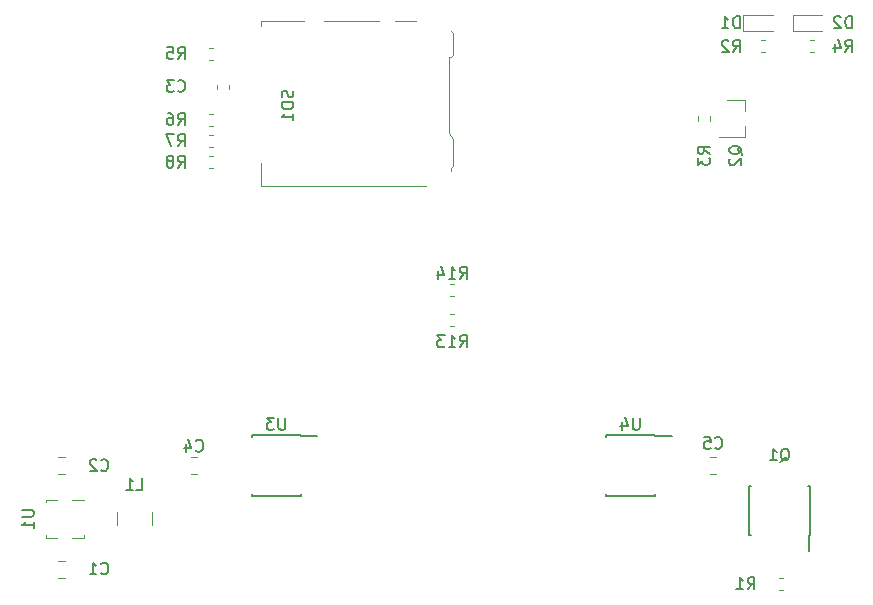
<source format=gbo>
G04 #@! TF.GenerationSoftware,KiCad,Pcbnew,(5.1.6)-1*
G04 #@! TF.CreationDate,2020-08-01T00:51:36+09:00*
G04 #@! TF.ProjectId,MiniRoverShield,4d696e69-526f-4766-9572-536869656c64,rev?*
G04 #@! TF.SameCoordinates,Original*
G04 #@! TF.FileFunction,Legend,Bot*
G04 #@! TF.FilePolarity,Positive*
%FSLAX46Y46*%
G04 Gerber Fmt 4.6, Leading zero omitted, Abs format (unit mm)*
G04 Created by KiCad (PCBNEW (5.1.6)-1) date 2020-08-01 00:51:36*
%MOMM*%
%LPD*%
G01*
G04 APERTURE LIST*
%ADD10C,0.120000*%
%ADD11C,0.150000*%
%ADD12R,3.400000X1.400000*%
%ADD13R,0.600000X1.550000*%
%ADD14R,1.550000X0.600000*%
%ADD15O,2.000000X1.700000*%
%ADD16R,2.000000X1.700000*%
%ADD17R,1.700000X1.700000*%
%ADD18O,1.700000X1.700000*%
%ADD19O,0.990000X0.420000*%
%ADD20R,0.420000X0.420000*%
%ADD21R,0.680000X1.050000*%
%ADD22R,0.280000X0.700000*%
%ADD23R,0.260000X0.500000*%
%ADD24R,1.650000X2.400000*%
%ADD25C,0.600000*%
%ADD26R,0.900000X0.800000*%
%ADD27C,2.000000*%
%ADD28C,1.200000*%
%ADD29O,2.800000X3.500000*%
%ADD30R,1.200000X0.700000*%
%ADD31R,1.200000X1.000000*%
%ADD32R,0.800000X1.000000*%
%ADD33R,2.800000X1.000000*%
%ADD34R,1.900000X1.300000*%
%ADD35O,3.000000X2.000000*%
%ADD36O,2.200000X1.300000*%
G04 APERTURE END LIST*
D10*
X52554000Y-92432000D02*
X52554000Y-89432000D01*
X49554000Y-92432000D02*
X49554000Y-89432000D01*
X59060000Y-54501267D02*
X59060000Y-54158733D01*
X58040000Y-54501267D02*
X58040000Y-54158733D01*
D11*
X108225000Y-92255000D02*
X108175000Y-92255000D01*
X108225000Y-88105000D02*
X108080000Y-88105000D01*
X103075000Y-88105000D02*
X103220000Y-88105000D01*
X103075000Y-92255000D02*
X103220000Y-92255000D01*
X108225000Y-92255000D02*
X108225000Y-88105000D01*
X103075000Y-92255000D02*
X103075000Y-88105000D01*
X108175000Y-92255000D02*
X108175000Y-93655000D01*
X95125000Y-83905000D02*
X96525000Y-83905000D01*
X95125000Y-89005000D02*
X90975000Y-89005000D01*
X95125000Y-83855000D02*
X90975000Y-83855000D01*
X95125000Y-89005000D02*
X95125000Y-88860000D01*
X90975000Y-89005000D02*
X90975000Y-88860000D01*
X90975000Y-83855000D02*
X90975000Y-84000000D01*
X95125000Y-83855000D02*
X95125000Y-83905000D01*
X65125000Y-83855000D02*
X65125000Y-83905000D01*
X60975000Y-83855000D02*
X60975000Y-84000000D01*
X60975000Y-89005000D02*
X60975000Y-88860000D01*
X65125000Y-89005000D02*
X65125000Y-88860000D01*
X65125000Y-83855000D02*
X60975000Y-83855000D01*
X65125000Y-89005000D02*
X60975000Y-89005000D01*
X65125000Y-83905000D02*
X66525000Y-83905000D01*
D10*
X106802500Y-48245000D02*
X109287500Y-48245000D01*
X106802500Y-49615000D02*
X106802500Y-48245000D01*
X109287500Y-49615000D02*
X106802500Y-49615000D01*
X105100000Y-49615000D02*
X102615000Y-49615000D01*
X102615000Y-49615000D02*
X102615000Y-48245000D01*
X102615000Y-48245000D02*
X105100000Y-48245000D01*
X44613748Y-94520000D02*
X45136252Y-94520000D01*
X44613748Y-95940000D02*
X45136252Y-95940000D01*
X45136252Y-85670000D02*
X44613748Y-85670000D01*
X45136252Y-87090000D02*
X44613748Y-87090000D01*
X56336252Y-87140000D02*
X55813748Y-87140000D01*
X56336252Y-85720000D02*
X55813748Y-85720000D01*
X99788748Y-87140000D02*
X100311252Y-87140000D01*
X99788748Y-85720000D02*
X100311252Y-85720000D01*
X44500000Y-92555000D02*
X43525000Y-92555000D01*
X46775000Y-89305000D02*
X45800000Y-89305000D01*
X44500000Y-89305000D02*
X43525000Y-89305000D01*
X46775000Y-92555000D02*
X45800000Y-92555000D01*
X43525000Y-89530000D02*
X43525000Y-89305000D01*
X43525000Y-92330000D02*
X43525000Y-92555000D01*
X46775000Y-92555000D02*
X46775000Y-92330000D01*
X102710000Y-55450000D02*
X102710000Y-56380000D01*
X102710000Y-58610000D02*
X102710000Y-57680000D01*
X102710000Y-58610000D02*
X100550000Y-58610000D01*
X102710000Y-55450000D02*
X101250000Y-55450000D01*
X98740000Y-57201267D02*
X98740000Y-56858733D01*
X99760000Y-57201267D02*
X99760000Y-56858733D01*
X77778733Y-72040000D02*
X78121267Y-72040000D01*
X77778733Y-71020000D02*
X78121267Y-71020000D01*
X78121267Y-74640000D02*
X77778733Y-74640000D01*
X78121267Y-73620000D02*
X77778733Y-73620000D01*
X57378733Y-52040000D02*
X57721267Y-52040000D01*
X57378733Y-51020000D02*
X57721267Y-51020000D01*
X57378733Y-60220000D02*
X57721267Y-60220000D01*
X57378733Y-61240000D02*
X57721267Y-61240000D01*
X108253733Y-51440000D02*
X108596267Y-51440000D01*
X108253733Y-50420000D02*
X108596267Y-50420000D01*
X104128733Y-50420000D02*
X104471267Y-50420000D01*
X104128733Y-51440000D02*
X104471267Y-51440000D01*
X105628733Y-96940000D02*
X105971267Y-96940000D01*
X105628733Y-95920000D02*
X105971267Y-95920000D01*
X57378733Y-58420000D02*
X57721267Y-58420000D01*
X57378733Y-59440000D02*
X57721267Y-59440000D01*
X57378733Y-57640000D02*
X57721267Y-57640000D01*
X57378733Y-56620000D02*
X57721267Y-56620000D01*
X78035000Y-58735000D02*
X77685000Y-58225000D01*
X77835000Y-61245000D02*
X77835000Y-61505000D01*
X78035000Y-61045000D02*
X77835000Y-61245000D01*
X78035000Y-51645000D02*
X77835000Y-51855000D01*
X77685000Y-51855000D02*
X77835000Y-51855000D01*
X77685000Y-51855000D02*
X77685000Y-58225000D01*
X73075000Y-48755000D02*
X74875000Y-48755000D01*
X67075000Y-48755000D02*
X71775000Y-48755000D01*
X78035000Y-49785000D02*
X77835000Y-49585000D01*
X78035000Y-49785000D02*
X78035000Y-51645000D01*
X78035000Y-61045000D02*
X78035000Y-58735000D01*
X61765000Y-48755000D02*
X65375000Y-48755000D01*
X61765000Y-49205000D02*
X61765000Y-48755000D01*
X61765000Y-62725000D02*
X75775000Y-62725000D01*
X61765000Y-60805000D02*
X61765000Y-62725000D01*
D11*
X51220666Y-88463380D02*
X51696857Y-88463380D01*
X51696857Y-87463380D01*
X50363523Y-88463380D02*
X50934952Y-88463380D01*
X50649238Y-88463380D02*
X50649238Y-87463380D01*
X50744476Y-87606238D01*
X50839714Y-87701476D01*
X50934952Y-87749095D01*
X54716666Y-54687142D02*
X54764285Y-54734761D01*
X54907142Y-54782380D01*
X55002380Y-54782380D01*
X55145238Y-54734761D01*
X55240476Y-54639523D01*
X55288095Y-54544285D01*
X55335714Y-54353809D01*
X55335714Y-54210952D01*
X55288095Y-54020476D01*
X55240476Y-53925238D01*
X55145238Y-53830000D01*
X55002380Y-53782380D01*
X54907142Y-53782380D01*
X54764285Y-53830000D01*
X54716666Y-53877619D01*
X54383333Y-53782380D02*
X53764285Y-53782380D01*
X54097619Y-54163333D01*
X53954761Y-54163333D01*
X53859523Y-54210952D01*
X53811904Y-54258571D01*
X53764285Y-54353809D01*
X53764285Y-54591904D01*
X53811904Y-54687142D01*
X53859523Y-54734761D01*
X53954761Y-54782380D01*
X54240476Y-54782380D01*
X54335714Y-54734761D01*
X54383333Y-54687142D01*
X105745238Y-86077619D02*
X105840476Y-86030000D01*
X105935714Y-85934761D01*
X106078571Y-85791904D01*
X106173809Y-85744285D01*
X106269047Y-85744285D01*
X106221428Y-85982380D02*
X106316666Y-85934761D01*
X106411904Y-85839523D01*
X106459523Y-85649047D01*
X106459523Y-85315714D01*
X106411904Y-85125238D01*
X106316666Y-85030000D01*
X106221428Y-84982380D01*
X106030952Y-84982380D01*
X105935714Y-85030000D01*
X105840476Y-85125238D01*
X105792857Y-85315714D01*
X105792857Y-85649047D01*
X105840476Y-85839523D01*
X105935714Y-85934761D01*
X106030952Y-85982380D01*
X106221428Y-85982380D01*
X104840476Y-85982380D02*
X105411904Y-85982380D01*
X105126190Y-85982380D02*
X105126190Y-84982380D01*
X105221428Y-85125238D01*
X105316666Y-85220476D01*
X105411904Y-85268095D01*
X93811904Y-82382380D02*
X93811904Y-83191904D01*
X93764285Y-83287142D01*
X93716666Y-83334761D01*
X93621428Y-83382380D01*
X93430952Y-83382380D01*
X93335714Y-83334761D01*
X93288095Y-83287142D01*
X93240476Y-83191904D01*
X93240476Y-82382380D01*
X92335714Y-82715714D02*
X92335714Y-83382380D01*
X92573809Y-82334761D02*
X92811904Y-83049047D01*
X92192857Y-83049047D01*
X63811904Y-82382380D02*
X63811904Y-83191904D01*
X63764285Y-83287142D01*
X63716666Y-83334761D01*
X63621428Y-83382380D01*
X63430952Y-83382380D01*
X63335714Y-83334761D01*
X63288095Y-83287142D01*
X63240476Y-83191904D01*
X63240476Y-82382380D01*
X62859523Y-82382380D02*
X62240476Y-82382380D01*
X62573809Y-82763333D01*
X62430952Y-82763333D01*
X62335714Y-82810952D01*
X62288095Y-82858571D01*
X62240476Y-82953809D01*
X62240476Y-83191904D01*
X62288095Y-83287142D01*
X62335714Y-83334761D01*
X62430952Y-83382380D01*
X62716666Y-83382380D01*
X62811904Y-83334761D01*
X62859523Y-83287142D01*
X111788095Y-49382380D02*
X111788095Y-48382380D01*
X111550000Y-48382380D01*
X111407142Y-48430000D01*
X111311904Y-48525238D01*
X111264285Y-48620476D01*
X111216666Y-48810952D01*
X111216666Y-48953809D01*
X111264285Y-49144285D01*
X111311904Y-49239523D01*
X111407142Y-49334761D01*
X111550000Y-49382380D01*
X111788095Y-49382380D01*
X110835714Y-48477619D02*
X110788095Y-48430000D01*
X110692857Y-48382380D01*
X110454761Y-48382380D01*
X110359523Y-48430000D01*
X110311904Y-48477619D01*
X110264285Y-48572857D01*
X110264285Y-48668095D01*
X110311904Y-48810952D01*
X110883333Y-49382380D01*
X110264285Y-49382380D01*
X102288095Y-49382380D02*
X102288095Y-48382380D01*
X102050000Y-48382380D01*
X101907142Y-48430000D01*
X101811904Y-48525238D01*
X101764285Y-48620476D01*
X101716666Y-48810952D01*
X101716666Y-48953809D01*
X101764285Y-49144285D01*
X101811904Y-49239523D01*
X101907142Y-49334761D01*
X102050000Y-49382380D01*
X102288095Y-49382380D01*
X100764285Y-49382380D02*
X101335714Y-49382380D01*
X101050000Y-49382380D02*
X101050000Y-48382380D01*
X101145238Y-48525238D01*
X101240476Y-48620476D01*
X101335714Y-48668095D01*
X48216666Y-95537142D02*
X48264285Y-95584761D01*
X48407142Y-95632380D01*
X48502380Y-95632380D01*
X48645238Y-95584761D01*
X48740476Y-95489523D01*
X48788095Y-95394285D01*
X48835714Y-95203809D01*
X48835714Y-95060952D01*
X48788095Y-94870476D01*
X48740476Y-94775238D01*
X48645238Y-94680000D01*
X48502380Y-94632380D01*
X48407142Y-94632380D01*
X48264285Y-94680000D01*
X48216666Y-94727619D01*
X47264285Y-95632380D02*
X47835714Y-95632380D01*
X47550000Y-95632380D02*
X47550000Y-94632380D01*
X47645238Y-94775238D01*
X47740476Y-94870476D01*
X47835714Y-94918095D01*
X48216666Y-86787142D02*
X48264285Y-86834761D01*
X48407142Y-86882380D01*
X48502380Y-86882380D01*
X48645238Y-86834761D01*
X48740476Y-86739523D01*
X48788095Y-86644285D01*
X48835714Y-86453809D01*
X48835714Y-86310952D01*
X48788095Y-86120476D01*
X48740476Y-86025238D01*
X48645238Y-85930000D01*
X48502380Y-85882380D01*
X48407142Y-85882380D01*
X48264285Y-85930000D01*
X48216666Y-85977619D01*
X47835714Y-85977619D02*
X47788095Y-85930000D01*
X47692857Y-85882380D01*
X47454761Y-85882380D01*
X47359523Y-85930000D01*
X47311904Y-85977619D01*
X47264285Y-86072857D01*
X47264285Y-86168095D01*
X47311904Y-86310952D01*
X47883333Y-86882380D01*
X47264285Y-86882380D01*
X56241666Y-85137142D02*
X56289285Y-85184761D01*
X56432142Y-85232380D01*
X56527380Y-85232380D01*
X56670238Y-85184761D01*
X56765476Y-85089523D01*
X56813095Y-84994285D01*
X56860714Y-84803809D01*
X56860714Y-84660952D01*
X56813095Y-84470476D01*
X56765476Y-84375238D01*
X56670238Y-84280000D01*
X56527380Y-84232380D01*
X56432142Y-84232380D01*
X56289285Y-84280000D01*
X56241666Y-84327619D01*
X55384523Y-84565714D02*
X55384523Y-85232380D01*
X55622619Y-84184761D02*
X55860714Y-84899047D01*
X55241666Y-84899047D01*
X100216666Y-84887142D02*
X100264285Y-84934761D01*
X100407142Y-84982380D01*
X100502380Y-84982380D01*
X100645238Y-84934761D01*
X100740476Y-84839523D01*
X100788095Y-84744285D01*
X100835714Y-84553809D01*
X100835714Y-84410952D01*
X100788095Y-84220476D01*
X100740476Y-84125238D01*
X100645238Y-84030000D01*
X100502380Y-83982380D01*
X100407142Y-83982380D01*
X100264285Y-84030000D01*
X100216666Y-84077619D01*
X99311904Y-83982380D02*
X99788095Y-83982380D01*
X99835714Y-84458571D01*
X99788095Y-84410952D01*
X99692857Y-84363333D01*
X99454761Y-84363333D01*
X99359523Y-84410952D01*
X99311904Y-84458571D01*
X99264285Y-84553809D01*
X99264285Y-84791904D01*
X99311904Y-84887142D01*
X99359523Y-84934761D01*
X99454761Y-84982380D01*
X99692857Y-84982380D01*
X99788095Y-84934761D01*
X99835714Y-84887142D01*
X41502380Y-90168095D02*
X42311904Y-90168095D01*
X42407142Y-90215714D01*
X42454761Y-90263333D01*
X42502380Y-90358571D01*
X42502380Y-90549047D01*
X42454761Y-90644285D01*
X42407142Y-90691904D01*
X42311904Y-90739523D01*
X41502380Y-90739523D01*
X42502380Y-91739523D02*
X42502380Y-91168095D01*
X42502380Y-91453809D02*
X41502380Y-91453809D01*
X41645238Y-91358571D01*
X41740476Y-91263333D01*
X41788095Y-91168095D01*
X102497619Y-60084761D02*
X102450000Y-59989523D01*
X102354761Y-59894285D01*
X102211904Y-59751428D01*
X102164285Y-59656190D01*
X102164285Y-59560952D01*
X102402380Y-59608571D02*
X102354761Y-59513333D01*
X102259523Y-59418095D01*
X102069047Y-59370476D01*
X101735714Y-59370476D01*
X101545238Y-59418095D01*
X101450000Y-59513333D01*
X101402380Y-59608571D01*
X101402380Y-59799047D01*
X101450000Y-59894285D01*
X101545238Y-59989523D01*
X101735714Y-60037142D01*
X102069047Y-60037142D01*
X102259523Y-59989523D01*
X102354761Y-59894285D01*
X102402380Y-59799047D01*
X102402380Y-59608571D01*
X101497619Y-60418095D02*
X101450000Y-60465714D01*
X101402380Y-60560952D01*
X101402380Y-60799047D01*
X101450000Y-60894285D01*
X101497619Y-60941904D01*
X101592857Y-60989523D01*
X101688095Y-60989523D01*
X101830952Y-60941904D01*
X102402380Y-60370476D01*
X102402380Y-60989523D01*
X99752380Y-60013333D02*
X99276190Y-59680000D01*
X99752380Y-59441904D02*
X98752380Y-59441904D01*
X98752380Y-59822857D01*
X98800000Y-59918095D01*
X98847619Y-59965714D01*
X98942857Y-60013333D01*
X99085714Y-60013333D01*
X99180952Y-59965714D01*
X99228571Y-59918095D01*
X99276190Y-59822857D01*
X99276190Y-59441904D01*
X98752380Y-60346666D02*
X98752380Y-60965714D01*
X99133333Y-60632380D01*
X99133333Y-60775238D01*
X99180952Y-60870476D01*
X99228571Y-60918095D01*
X99323809Y-60965714D01*
X99561904Y-60965714D01*
X99657142Y-60918095D01*
X99704761Y-60870476D01*
X99752380Y-60775238D01*
X99752380Y-60489523D01*
X99704761Y-60394285D01*
X99657142Y-60346666D01*
X78592857Y-70582380D02*
X78926190Y-70106190D01*
X79164285Y-70582380D02*
X79164285Y-69582380D01*
X78783333Y-69582380D01*
X78688095Y-69630000D01*
X78640476Y-69677619D01*
X78592857Y-69772857D01*
X78592857Y-69915714D01*
X78640476Y-70010952D01*
X78688095Y-70058571D01*
X78783333Y-70106190D01*
X79164285Y-70106190D01*
X77640476Y-70582380D02*
X78211904Y-70582380D01*
X77926190Y-70582380D02*
X77926190Y-69582380D01*
X78021428Y-69725238D01*
X78116666Y-69820476D01*
X78211904Y-69868095D01*
X76783333Y-69915714D02*
X76783333Y-70582380D01*
X77021428Y-69534761D02*
X77259523Y-70249047D01*
X76640476Y-70249047D01*
X78592857Y-76382380D02*
X78926190Y-75906190D01*
X79164285Y-76382380D02*
X79164285Y-75382380D01*
X78783333Y-75382380D01*
X78688095Y-75430000D01*
X78640476Y-75477619D01*
X78592857Y-75572857D01*
X78592857Y-75715714D01*
X78640476Y-75810952D01*
X78688095Y-75858571D01*
X78783333Y-75906190D01*
X79164285Y-75906190D01*
X77640476Y-76382380D02*
X78211904Y-76382380D01*
X77926190Y-76382380D02*
X77926190Y-75382380D01*
X78021428Y-75525238D01*
X78116666Y-75620476D01*
X78211904Y-75668095D01*
X77307142Y-75382380D02*
X76688095Y-75382380D01*
X77021428Y-75763333D01*
X76878571Y-75763333D01*
X76783333Y-75810952D01*
X76735714Y-75858571D01*
X76688095Y-75953809D01*
X76688095Y-76191904D01*
X76735714Y-76287142D01*
X76783333Y-76334761D01*
X76878571Y-76382380D01*
X77164285Y-76382380D01*
X77259523Y-76334761D01*
X77307142Y-76287142D01*
X54716666Y-51982380D02*
X55050000Y-51506190D01*
X55288095Y-51982380D02*
X55288095Y-50982380D01*
X54907142Y-50982380D01*
X54811904Y-51030000D01*
X54764285Y-51077619D01*
X54716666Y-51172857D01*
X54716666Y-51315714D01*
X54764285Y-51410952D01*
X54811904Y-51458571D01*
X54907142Y-51506190D01*
X55288095Y-51506190D01*
X53811904Y-50982380D02*
X54288095Y-50982380D01*
X54335714Y-51458571D01*
X54288095Y-51410952D01*
X54192857Y-51363333D01*
X53954761Y-51363333D01*
X53859523Y-51410952D01*
X53811904Y-51458571D01*
X53764285Y-51553809D01*
X53764285Y-51791904D01*
X53811904Y-51887142D01*
X53859523Y-51934761D01*
X53954761Y-51982380D01*
X54192857Y-51982380D01*
X54288095Y-51934761D01*
X54335714Y-51887142D01*
X54716666Y-61182380D02*
X55050000Y-60706190D01*
X55288095Y-61182380D02*
X55288095Y-60182380D01*
X54907142Y-60182380D01*
X54811904Y-60230000D01*
X54764285Y-60277619D01*
X54716666Y-60372857D01*
X54716666Y-60515714D01*
X54764285Y-60610952D01*
X54811904Y-60658571D01*
X54907142Y-60706190D01*
X55288095Y-60706190D01*
X54145238Y-60610952D02*
X54240476Y-60563333D01*
X54288095Y-60515714D01*
X54335714Y-60420476D01*
X54335714Y-60372857D01*
X54288095Y-60277619D01*
X54240476Y-60230000D01*
X54145238Y-60182380D01*
X53954761Y-60182380D01*
X53859523Y-60230000D01*
X53811904Y-60277619D01*
X53764285Y-60372857D01*
X53764285Y-60420476D01*
X53811904Y-60515714D01*
X53859523Y-60563333D01*
X53954761Y-60610952D01*
X54145238Y-60610952D01*
X54240476Y-60658571D01*
X54288095Y-60706190D01*
X54335714Y-60801428D01*
X54335714Y-60991904D01*
X54288095Y-61087142D01*
X54240476Y-61134761D01*
X54145238Y-61182380D01*
X53954761Y-61182380D01*
X53859523Y-61134761D01*
X53811904Y-61087142D01*
X53764285Y-60991904D01*
X53764285Y-60801428D01*
X53811904Y-60706190D01*
X53859523Y-60658571D01*
X53954761Y-60610952D01*
X111216666Y-51382380D02*
X111550000Y-50906190D01*
X111788095Y-51382380D02*
X111788095Y-50382380D01*
X111407142Y-50382380D01*
X111311904Y-50430000D01*
X111264285Y-50477619D01*
X111216666Y-50572857D01*
X111216666Y-50715714D01*
X111264285Y-50810952D01*
X111311904Y-50858571D01*
X111407142Y-50906190D01*
X111788095Y-50906190D01*
X110359523Y-50715714D02*
X110359523Y-51382380D01*
X110597619Y-50334761D02*
X110835714Y-51049047D01*
X110216666Y-51049047D01*
X101716666Y-51382380D02*
X102050000Y-50906190D01*
X102288095Y-51382380D02*
X102288095Y-50382380D01*
X101907142Y-50382380D01*
X101811904Y-50430000D01*
X101764285Y-50477619D01*
X101716666Y-50572857D01*
X101716666Y-50715714D01*
X101764285Y-50810952D01*
X101811904Y-50858571D01*
X101907142Y-50906190D01*
X102288095Y-50906190D01*
X101335714Y-50477619D02*
X101288095Y-50430000D01*
X101192857Y-50382380D01*
X100954761Y-50382380D01*
X100859523Y-50430000D01*
X100811904Y-50477619D01*
X100764285Y-50572857D01*
X100764285Y-50668095D01*
X100811904Y-50810952D01*
X101383333Y-51382380D01*
X100764285Y-51382380D01*
X102966666Y-96882380D02*
X103300000Y-96406190D01*
X103538095Y-96882380D02*
X103538095Y-95882380D01*
X103157142Y-95882380D01*
X103061904Y-95930000D01*
X103014285Y-95977619D01*
X102966666Y-96072857D01*
X102966666Y-96215714D01*
X103014285Y-96310952D01*
X103061904Y-96358571D01*
X103157142Y-96406190D01*
X103538095Y-96406190D01*
X102014285Y-96882380D02*
X102585714Y-96882380D01*
X102300000Y-96882380D02*
X102300000Y-95882380D01*
X102395238Y-96025238D01*
X102490476Y-96120476D01*
X102585714Y-96168095D01*
X54716666Y-59382380D02*
X55050000Y-58906190D01*
X55288095Y-59382380D02*
X55288095Y-58382380D01*
X54907142Y-58382380D01*
X54811904Y-58430000D01*
X54764285Y-58477619D01*
X54716666Y-58572857D01*
X54716666Y-58715714D01*
X54764285Y-58810952D01*
X54811904Y-58858571D01*
X54907142Y-58906190D01*
X55288095Y-58906190D01*
X54383333Y-58382380D02*
X53716666Y-58382380D01*
X54145238Y-59382380D01*
X54716666Y-57582380D02*
X55050000Y-57106190D01*
X55288095Y-57582380D02*
X55288095Y-56582380D01*
X54907142Y-56582380D01*
X54811904Y-56630000D01*
X54764285Y-56677619D01*
X54716666Y-56772857D01*
X54716666Y-56915714D01*
X54764285Y-57010952D01*
X54811904Y-57058571D01*
X54907142Y-57106190D01*
X55288095Y-57106190D01*
X53859523Y-56582380D02*
X54050000Y-56582380D01*
X54145238Y-56630000D01*
X54192857Y-56677619D01*
X54288095Y-56820476D01*
X54335714Y-57010952D01*
X54335714Y-57391904D01*
X54288095Y-57487142D01*
X54240476Y-57534761D01*
X54145238Y-57582380D01*
X53954761Y-57582380D01*
X53859523Y-57534761D01*
X53811904Y-57487142D01*
X53764285Y-57391904D01*
X53764285Y-57153809D01*
X53811904Y-57058571D01*
X53859523Y-57010952D01*
X53954761Y-56963333D01*
X54145238Y-56963333D01*
X54240476Y-57010952D01*
X54288095Y-57058571D01*
X54335714Y-57153809D01*
X64454761Y-54668095D02*
X64502380Y-54810952D01*
X64502380Y-55049047D01*
X64454761Y-55144285D01*
X64407142Y-55191904D01*
X64311904Y-55239523D01*
X64216666Y-55239523D01*
X64121428Y-55191904D01*
X64073809Y-55144285D01*
X64026190Y-55049047D01*
X63978571Y-54858571D01*
X63930952Y-54763333D01*
X63883333Y-54715714D01*
X63788095Y-54668095D01*
X63692857Y-54668095D01*
X63597619Y-54715714D01*
X63550000Y-54763333D01*
X63502380Y-54858571D01*
X63502380Y-55096666D01*
X63550000Y-55239523D01*
X64502380Y-55668095D02*
X63502380Y-55668095D01*
X63502380Y-55906190D01*
X63550000Y-56049047D01*
X63645238Y-56144285D01*
X63740476Y-56191904D01*
X63930952Y-56239523D01*
X64073809Y-56239523D01*
X64264285Y-56191904D01*
X64359523Y-56144285D01*
X64454761Y-56049047D01*
X64502380Y-55906190D01*
X64502380Y-55668095D01*
X64502380Y-57191904D02*
X64502380Y-56620476D01*
X64502380Y-56906190D02*
X63502380Y-56906190D01*
X63645238Y-56810952D01*
X63740476Y-56715714D01*
X63788095Y-56620476D01*
%LPC*%
D12*
X51054000Y-89632000D03*
X51054000Y-92232000D03*
G36*
G01*
X58787500Y-55730000D02*
X58312500Y-55730000D01*
G75*
G02*
X58075000Y-55492500I0J237500D01*
G01*
X58075000Y-54917500D01*
G75*
G02*
X58312500Y-54680000I237500J0D01*
G01*
X58787500Y-54680000D01*
G75*
G02*
X59025000Y-54917500I0J-237500D01*
G01*
X59025000Y-55492500D01*
G75*
G02*
X58787500Y-55730000I-237500J0D01*
G01*
G37*
G36*
G01*
X58787500Y-53980000D02*
X58312500Y-53980000D01*
G75*
G02*
X58075000Y-53742500I0J237500D01*
G01*
X58075000Y-53167500D01*
G75*
G02*
X58312500Y-52930000I237500J0D01*
G01*
X58787500Y-52930000D01*
G75*
G02*
X59025000Y-53167500I0J-237500D01*
G01*
X59025000Y-53742500D01*
G75*
G02*
X58787500Y-53980000I-237500J0D01*
G01*
G37*
D13*
X107555000Y-92880000D03*
X106285000Y-92880000D03*
X105015000Y-92880000D03*
X103745000Y-92880000D03*
X103745000Y-87480000D03*
X105015000Y-87480000D03*
X106285000Y-87480000D03*
X107555000Y-87480000D03*
D14*
X90350000Y-84525000D03*
X90350000Y-85795000D03*
X90350000Y-87065000D03*
X90350000Y-88335000D03*
X95750000Y-88335000D03*
X95750000Y-87065000D03*
X95750000Y-85795000D03*
X95750000Y-84525000D03*
X65750000Y-84525000D03*
X65750000Y-85795000D03*
X65750000Y-87065000D03*
X65750000Y-88335000D03*
X60350000Y-88335000D03*
X60350000Y-87065000D03*
X60350000Y-85795000D03*
X60350000Y-84525000D03*
G36*
G01*
X108687500Y-49142500D02*
X108687500Y-48717500D01*
G75*
G02*
X108900000Y-48505000I212500J0D01*
G01*
X109700000Y-48505000D01*
G75*
G02*
X109912500Y-48717500I0J-212500D01*
G01*
X109912500Y-49142500D01*
G75*
G02*
X109700000Y-49355000I-212500J0D01*
G01*
X108900000Y-49355000D01*
G75*
G02*
X108687500Y-49142500I0J212500D01*
G01*
G37*
G36*
G01*
X107062500Y-49142500D02*
X107062500Y-48717500D01*
G75*
G02*
X107275000Y-48505000I212500J0D01*
G01*
X108075000Y-48505000D01*
G75*
G02*
X108287500Y-48717500I0J-212500D01*
G01*
X108287500Y-49142500D01*
G75*
G02*
X108075000Y-49355000I-212500J0D01*
G01*
X107275000Y-49355000D01*
G75*
G02*
X107062500Y-49142500I0J212500D01*
G01*
G37*
G36*
G01*
X102875000Y-49142500D02*
X102875000Y-48717500D01*
G75*
G02*
X103087500Y-48505000I212500J0D01*
G01*
X103887500Y-48505000D01*
G75*
G02*
X104100000Y-48717500I0J-212500D01*
G01*
X104100000Y-49142500D01*
G75*
G02*
X103887500Y-49355000I-212500J0D01*
G01*
X103087500Y-49355000D01*
G75*
G02*
X102875000Y-49142500I0J212500D01*
G01*
G37*
G36*
G01*
X104500000Y-49142500D02*
X104500000Y-48717500D01*
G75*
G02*
X104712500Y-48505000I212500J0D01*
G01*
X105512500Y-48505000D01*
G75*
G02*
X105725000Y-48717500I0J-212500D01*
G01*
X105725000Y-49142500D01*
G75*
G02*
X105512500Y-49355000I-212500J0D01*
G01*
X104712500Y-49355000D01*
G75*
G02*
X104500000Y-49142500I0J212500D01*
G01*
G37*
G36*
G01*
X45325000Y-95680001D02*
X45325000Y-94779999D01*
G75*
G02*
X45574999Y-94530000I249999J0D01*
G01*
X46225001Y-94530000D01*
G75*
G02*
X46475000Y-94779999I0J-249999D01*
G01*
X46475000Y-95680001D01*
G75*
G02*
X46225001Y-95930000I-249999J0D01*
G01*
X45574999Y-95930000D01*
G75*
G02*
X45325000Y-95680001I0J249999D01*
G01*
G37*
G36*
G01*
X43275000Y-95680001D02*
X43275000Y-94779999D01*
G75*
G02*
X43524999Y-94530000I249999J0D01*
G01*
X44175001Y-94530000D01*
G75*
G02*
X44425000Y-94779999I0J-249999D01*
G01*
X44425000Y-95680001D01*
G75*
G02*
X44175001Y-95930000I-249999J0D01*
G01*
X43524999Y-95930000D01*
G75*
G02*
X43275000Y-95680001I0J249999D01*
G01*
G37*
G36*
G01*
X46475000Y-85929999D02*
X46475000Y-86830001D01*
G75*
G02*
X46225001Y-87080000I-249999J0D01*
G01*
X45574999Y-87080000D01*
G75*
G02*
X45325000Y-86830001I0J249999D01*
G01*
X45325000Y-85929999D01*
G75*
G02*
X45574999Y-85680000I249999J0D01*
G01*
X46225001Y-85680000D01*
G75*
G02*
X46475000Y-85929999I0J-249999D01*
G01*
G37*
G36*
G01*
X44425000Y-85929999D02*
X44425000Y-86830001D01*
G75*
G02*
X44175001Y-87080000I-249999J0D01*
G01*
X43524999Y-87080000D01*
G75*
G02*
X43275000Y-86830001I0J249999D01*
G01*
X43275000Y-85929999D01*
G75*
G02*
X43524999Y-85680000I249999J0D01*
G01*
X44175001Y-85680000D01*
G75*
G02*
X44425000Y-85929999I0J-249999D01*
G01*
G37*
G36*
G01*
X55625000Y-85979999D02*
X55625000Y-86880001D01*
G75*
G02*
X55375001Y-87130000I-249999J0D01*
G01*
X54724999Y-87130000D01*
G75*
G02*
X54475000Y-86880001I0J249999D01*
G01*
X54475000Y-85979999D01*
G75*
G02*
X54724999Y-85730000I249999J0D01*
G01*
X55375001Y-85730000D01*
G75*
G02*
X55625000Y-85979999I0J-249999D01*
G01*
G37*
G36*
G01*
X57675000Y-85979999D02*
X57675000Y-86880001D01*
G75*
G02*
X57425001Y-87130000I-249999J0D01*
G01*
X56774999Y-87130000D01*
G75*
G02*
X56525000Y-86880001I0J249999D01*
G01*
X56525000Y-85979999D01*
G75*
G02*
X56774999Y-85730000I249999J0D01*
G01*
X57425001Y-85730000D01*
G75*
G02*
X57675000Y-85979999I0J-249999D01*
G01*
G37*
G36*
G01*
X98450000Y-86880001D02*
X98450000Y-85979999D01*
G75*
G02*
X98699999Y-85730000I249999J0D01*
G01*
X99350001Y-85730000D01*
G75*
G02*
X99600000Y-85979999I0J-249999D01*
G01*
X99600000Y-86880001D01*
G75*
G02*
X99350001Y-87130000I-249999J0D01*
G01*
X98699999Y-87130000D01*
G75*
G02*
X98450000Y-86880001I0J249999D01*
G01*
G37*
G36*
G01*
X100500000Y-86880001D02*
X100500000Y-85979999D01*
G75*
G02*
X100749999Y-85730000I249999J0D01*
G01*
X101400001Y-85730000D01*
G75*
G02*
X101650000Y-85979999I0J-249999D01*
G01*
X101650000Y-86880001D01*
G75*
G02*
X101400001Y-87130000I-249999J0D01*
G01*
X100749999Y-87130000D01*
G75*
G02*
X100500000Y-86880001I0J249999D01*
G01*
G37*
D15*
X70650000Y-71630000D03*
D16*
X70650000Y-74130000D03*
X85450000Y-71630000D03*
D15*
X85450000Y-74130000D03*
D17*
X50250000Y-55930000D03*
D18*
X50250000Y-53390000D03*
D19*
X46625000Y-89930000D03*
X46625000Y-90430000D03*
D20*
X46910000Y-90930000D03*
D19*
X46625000Y-91430000D03*
D20*
X46910000Y-91930000D03*
D19*
X43675000Y-91930000D03*
X43675000Y-91430000D03*
D20*
X43390000Y-90930000D03*
X43390000Y-90430000D03*
X43390000Y-89930000D03*
D21*
X45600000Y-90295000D03*
D22*
X45400000Y-89380000D03*
D23*
X45400000Y-89300000D03*
D22*
X44900000Y-89380000D03*
X45400000Y-92480000D03*
X44900000Y-92480000D03*
D23*
X44900000Y-89300000D03*
X45400000Y-92560000D03*
X44900000Y-92560000D03*
D21*
X44700000Y-90295000D03*
X45600000Y-91565000D03*
X44700000Y-91565000D03*
D24*
X45150000Y-90930000D03*
D20*
X46910000Y-89930000D03*
X46910000Y-90430000D03*
D19*
X46625000Y-90930000D03*
D20*
X46910000Y-91430000D03*
D19*
X46625000Y-91930000D03*
D20*
X43390000Y-91930000D03*
X43390000Y-91430000D03*
D19*
X43675000Y-90930000D03*
X43675000Y-90430000D03*
X43675000Y-89930000D03*
D25*
X44650000Y-91680000D03*
X45150000Y-90930000D03*
X44650000Y-90180000D03*
X45650000Y-90180000D03*
X45650000Y-91680000D03*
D26*
X100950000Y-57980000D03*
X100950000Y-56080000D03*
X102950000Y-57030000D03*
G36*
G01*
X99487500Y-56680000D02*
X99012500Y-56680000D01*
G75*
G02*
X98775000Y-56442500I0J237500D01*
G01*
X98775000Y-55867500D01*
G75*
G02*
X99012500Y-55630000I237500J0D01*
G01*
X99487500Y-55630000D01*
G75*
G02*
X99725000Y-55867500I0J-237500D01*
G01*
X99725000Y-56442500D01*
G75*
G02*
X99487500Y-56680000I-237500J0D01*
G01*
G37*
G36*
G01*
X99487500Y-58430000D02*
X99012500Y-58430000D01*
G75*
G02*
X98775000Y-58192500I0J237500D01*
G01*
X98775000Y-57617500D01*
G75*
G02*
X99012500Y-57380000I237500J0D01*
G01*
X99487500Y-57380000D01*
G75*
G02*
X99725000Y-57617500I0J-237500D01*
G01*
X99725000Y-58192500D01*
G75*
G02*
X99487500Y-58430000I-237500J0D01*
G01*
G37*
G36*
G01*
X76550000Y-71767500D02*
X76550000Y-71292500D01*
G75*
G02*
X76787500Y-71055000I237500J0D01*
G01*
X77362500Y-71055000D01*
G75*
G02*
X77600000Y-71292500I0J-237500D01*
G01*
X77600000Y-71767500D01*
G75*
G02*
X77362500Y-72005000I-237500J0D01*
G01*
X76787500Y-72005000D01*
G75*
G02*
X76550000Y-71767500I0J237500D01*
G01*
G37*
G36*
G01*
X78300000Y-71767500D02*
X78300000Y-71292500D01*
G75*
G02*
X78537500Y-71055000I237500J0D01*
G01*
X79112500Y-71055000D01*
G75*
G02*
X79350000Y-71292500I0J-237500D01*
G01*
X79350000Y-71767500D01*
G75*
G02*
X79112500Y-72005000I-237500J0D01*
G01*
X78537500Y-72005000D01*
G75*
G02*
X78300000Y-71767500I0J237500D01*
G01*
G37*
G36*
G01*
X77600000Y-73892500D02*
X77600000Y-74367500D01*
G75*
G02*
X77362500Y-74605000I-237500J0D01*
G01*
X76787500Y-74605000D01*
G75*
G02*
X76550000Y-74367500I0J237500D01*
G01*
X76550000Y-73892500D01*
G75*
G02*
X76787500Y-73655000I237500J0D01*
G01*
X77362500Y-73655000D01*
G75*
G02*
X77600000Y-73892500I0J-237500D01*
G01*
G37*
G36*
G01*
X79350000Y-73892500D02*
X79350000Y-74367500D01*
G75*
G02*
X79112500Y-74605000I-237500J0D01*
G01*
X78537500Y-74605000D01*
G75*
G02*
X78300000Y-74367500I0J237500D01*
G01*
X78300000Y-73892500D01*
G75*
G02*
X78537500Y-73655000I237500J0D01*
G01*
X79112500Y-73655000D01*
G75*
G02*
X79350000Y-73892500I0J-237500D01*
G01*
G37*
G36*
G01*
X56150000Y-51767500D02*
X56150000Y-51292500D01*
G75*
G02*
X56387500Y-51055000I237500J0D01*
G01*
X56962500Y-51055000D01*
G75*
G02*
X57200000Y-51292500I0J-237500D01*
G01*
X57200000Y-51767500D01*
G75*
G02*
X56962500Y-52005000I-237500J0D01*
G01*
X56387500Y-52005000D01*
G75*
G02*
X56150000Y-51767500I0J237500D01*
G01*
G37*
G36*
G01*
X57900000Y-51767500D02*
X57900000Y-51292500D01*
G75*
G02*
X58137500Y-51055000I237500J0D01*
G01*
X58712500Y-51055000D01*
G75*
G02*
X58950000Y-51292500I0J-237500D01*
G01*
X58950000Y-51767500D01*
G75*
G02*
X58712500Y-52005000I-237500J0D01*
G01*
X58137500Y-52005000D01*
G75*
G02*
X57900000Y-51767500I0J237500D01*
G01*
G37*
G36*
G01*
X57900000Y-60967500D02*
X57900000Y-60492500D01*
G75*
G02*
X58137500Y-60255000I237500J0D01*
G01*
X58712500Y-60255000D01*
G75*
G02*
X58950000Y-60492500I0J-237500D01*
G01*
X58950000Y-60967500D01*
G75*
G02*
X58712500Y-61205000I-237500J0D01*
G01*
X58137500Y-61205000D01*
G75*
G02*
X57900000Y-60967500I0J237500D01*
G01*
G37*
G36*
G01*
X56150000Y-60967500D02*
X56150000Y-60492500D01*
G75*
G02*
X56387500Y-60255000I237500J0D01*
G01*
X56962500Y-60255000D01*
G75*
G02*
X57200000Y-60492500I0J-237500D01*
G01*
X57200000Y-60967500D01*
G75*
G02*
X56962500Y-61205000I-237500J0D01*
G01*
X56387500Y-61205000D01*
G75*
G02*
X56150000Y-60967500I0J237500D01*
G01*
G37*
G36*
G01*
X107025000Y-51167500D02*
X107025000Y-50692500D01*
G75*
G02*
X107262500Y-50455000I237500J0D01*
G01*
X107837500Y-50455000D01*
G75*
G02*
X108075000Y-50692500I0J-237500D01*
G01*
X108075000Y-51167500D01*
G75*
G02*
X107837500Y-51405000I-237500J0D01*
G01*
X107262500Y-51405000D01*
G75*
G02*
X107025000Y-51167500I0J237500D01*
G01*
G37*
G36*
G01*
X108775000Y-51167500D02*
X108775000Y-50692500D01*
G75*
G02*
X109012500Y-50455000I237500J0D01*
G01*
X109587500Y-50455000D01*
G75*
G02*
X109825000Y-50692500I0J-237500D01*
G01*
X109825000Y-51167500D01*
G75*
G02*
X109587500Y-51405000I-237500J0D01*
G01*
X109012500Y-51405000D01*
G75*
G02*
X108775000Y-51167500I0J237500D01*
G01*
G37*
G36*
G01*
X104650000Y-51167500D02*
X104650000Y-50692500D01*
G75*
G02*
X104887500Y-50455000I237500J0D01*
G01*
X105462500Y-50455000D01*
G75*
G02*
X105700000Y-50692500I0J-237500D01*
G01*
X105700000Y-51167500D01*
G75*
G02*
X105462500Y-51405000I-237500J0D01*
G01*
X104887500Y-51405000D01*
G75*
G02*
X104650000Y-51167500I0J237500D01*
G01*
G37*
G36*
G01*
X102900000Y-51167500D02*
X102900000Y-50692500D01*
G75*
G02*
X103137500Y-50455000I237500J0D01*
G01*
X103712500Y-50455000D01*
G75*
G02*
X103950000Y-50692500I0J-237500D01*
G01*
X103950000Y-51167500D01*
G75*
G02*
X103712500Y-51405000I-237500J0D01*
G01*
X103137500Y-51405000D01*
G75*
G02*
X102900000Y-51167500I0J237500D01*
G01*
G37*
G36*
G01*
X104400000Y-96667500D02*
X104400000Y-96192500D01*
G75*
G02*
X104637500Y-95955000I237500J0D01*
G01*
X105212500Y-95955000D01*
G75*
G02*
X105450000Y-96192500I0J-237500D01*
G01*
X105450000Y-96667500D01*
G75*
G02*
X105212500Y-96905000I-237500J0D01*
G01*
X104637500Y-96905000D01*
G75*
G02*
X104400000Y-96667500I0J237500D01*
G01*
G37*
G36*
G01*
X106150000Y-96667500D02*
X106150000Y-96192500D01*
G75*
G02*
X106387500Y-95955000I237500J0D01*
G01*
X106962500Y-95955000D01*
G75*
G02*
X107200000Y-96192500I0J-237500D01*
G01*
X107200000Y-96667500D01*
G75*
G02*
X106962500Y-96905000I-237500J0D01*
G01*
X106387500Y-96905000D01*
G75*
G02*
X106150000Y-96667500I0J237500D01*
G01*
G37*
G36*
G01*
X57900000Y-59167500D02*
X57900000Y-58692500D01*
G75*
G02*
X58137500Y-58455000I237500J0D01*
G01*
X58712500Y-58455000D01*
G75*
G02*
X58950000Y-58692500I0J-237500D01*
G01*
X58950000Y-59167500D01*
G75*
G02*
X58712500Y-59405000I-237500J0D01*
G01*
X58137500Y-59405000D01*
G75*
G02*
X57900000Y-59167500I0J237500D01*
G01*
G37*
G36*
G01*
X56150000Y-59167500D02*
X56150000Y-58692500D01*
G75*
G02*
X56387500Y-58455000I237500J0D01*
G01*
X56962500Y-58455000D01*
G75*
G02*
X57200000Y-58692500I0J-237500D01*
G01*
X57200000Y-59167500D01*
G75*
G02*
X56962500Y-59405000I-237500J0D01*
G01*
X56387500Y-59405000D01*
G75*
G02*
X56150000Y-59167500I0J237500D01*
G01*
G37*
G36*
G01*
X56150000Y-57367500D02*
X56150000Y-56892500D01*
G75*
G02*
X56387500Y-56655000I237500J0D01*
G01*
X56962500Y-56655000D01*
G75*
G02*
X57200000Y-56892500I0J-237500D01*
G01*
X57200000Y-57367500D01*
G75*
G02*
X56962500Y-57605000I-237500J0D01*
G01*
X56387500Y-57605000D01*
G75*
G02*
X56150000Y-57367500I0J237500D01*
G01*
G37*
G36*
G01*
X57900000Y-57367500D02*
X57900000Y-56892500D01*
G75*
G02*
X58137500Y-56655000I237500J0D01*
G01*
X58712500Y-56655000D01*
G75*
G02*
X58950000Y-56892500I0J-237500D01*
G01*
X58950000Y-57367500D01*
G75*
G02*
X58712500Y-57605000I-237500J0D01*
G01*
X58137500Y-57605000D01*
G75*
G02*
X57900000Y-57367500I0J237500D01*
G01*
G37*
D27*
X107750000Y-57030000D03*
X105210000Y-57030000D03*
D28*
X107750000Y-54490000D03*
X105210000Y-54490000D03*
D17*
X95830000Y-65240000D03*
D18*
X93290000Y-65240000D03*
X90750000Y-65240000D03*
X88210000Y-65240000D03*
X85670000Y-65240000D03*
X83130000Y-65240000D03*
X80590000Y-65240000D03*
X78050000Y-65240000D03*
X75510000Y-65240000D03*
X72970000Y-65240000D03*
X70430000Y-65240000D03*
X67890000Y-65240000D03*
X65350000Y-65240000D03*
X62810000Y-65240000D03*
X60270000Y-65240000D03*
D29*
X92800000Y-91930000D03*
X100050000Y-91930000D03*
X56050000Y-91930000D03*
X63300000Y-91930000D03*
D30*
X61925000Y-49855000D03*
X61925000Y-50805000D03*
X61925000Y-58505000D03*
X61925000Y-57405000D03*
X61925000Y-56305000D03*
X61925000Y-55205000D03*
X61925000Y-54105000D03*
X61925000Y-53005000D03*
X61925000Y-51905000D03*
D31*
X61925000Y-60055000D03*
X66225000Y-48905000D03*
D32*
X72425000Y-48905000D03*
D33*
X76575000Y-48905000D03*
D34*
X77025000Y-62405000D03*
D18*
X95830000Y-80610000D03*
X93290000Y-80610000D03*
X90750000Y-80610000D03*
X88210000Y-80610000D03*
X85670000Y-80610000D03*
X83130000Y-80610000D03*
X80590000Y-80610000D03*
X78050000Y-80610000D03*
X75510000Y-80610000D03*
X72970000Y-80610000D03*
X70430000Y-80610000D03*
X67890000Y-80610000D03*
X65350000Y-80610000D03*
X62810000Y-80610000D03*
D17*
X60270000Y-80610000D03*
D35*
X111950000Y-87330000D03*
X111950000Y-95730000D03*
D36*
X111950000Y-89530000D03*
X111950000Y-91530000D03*
X111950000Y-93530000D03*
M02*

</source>
